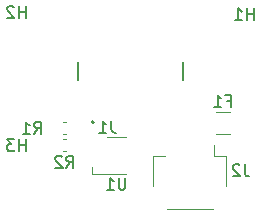
<source format=gbr>
%TF.GenerationSoftware,KiCad,Pcbnew,8.0.2*%
%TF.CreationDate,2025-12-10T20:50:01-08:00*%
%TF.ProjectId,Numpad_Daughterboard,4e756d70-6164-45f4-9461-756768746572,rev?*%
%TF.SameCoordinates,Original*%
%TF.FileFunction,Legend,Bot*%
%TF.FilePolarity,Positive*%
%FSLAX46Y46*%
G04 Gerber Fmt 4.6, Leading zero omitted, Abs format (unit mm)*
G04 Created by KiCad (PCBNEW 8.0.2) date 2025-12-10 20:50:01*
%MOMM*%
%LPD*%
G01*
G04 APERTURE LIST*
%ADD10C,0.150000*%
%ADD11C,0.120000*%
%ADD12C,0.127000*%
%ADD13C,0.200000*%
G04 APERTURE END LIST*
D10*
X6566666Y-11784819D02*
X6899999Y-11308628D01*
X7138094Y-11784819D02*
X7138094Y-10784819D01*
X7138094Y-10784819D02*
X6757142Y-10784819D01*
X6757142Y-10784819D02*
X6661904Y-10832438D01*
X6661904Y-10832438D02*
X6614285Y-10880057D01*
X6614285Y-10880057D02*
X6566666Y-10975295D01*
X6566666Y-10975295D02*
X6566666Y-11118152D01*
X6566666Y-11118152D02*
X6614285Y-11213390D01*
X6614285Y-11213390D02*
X6661904Y-11261009D01*
X6661904Y-11261009D02*
X6757142Y-11308628D01*
X6757142Y-11308628D02*
X7138094Y-11308628D01*
X6185713Y-10880057D02*
X6138094Y-10832438D01*
X6138094Y-10832438D02*
X6042856Y-10784819D01*
X6042856Y-10784819D02*
X5804761Y-10784819D01*
X5804761Y-10784819D02*
X5709523Y-10832438D01*
X5709523Y-10832438D02*
X5661904Y-10880057D01*
X5661904Y-10880057D02*
X5614285Y-10975295D01*
X5614285Y-10975295D02*
X5614285Y-11070533D01*
X5614285Y-11070533D02*
X5661904Y-11213390D01*
X5661904Y-11213390D02*
X6233332Y-11784819D01*
X6233332Y-11784819D02*
X5614285Y-11784819D01*
X3111904Y-10404819D02*
X3111904Y-9404819D01*
X3111904Y-9881009D02*
X2540476Y-9881009D01*
X2540476Y-10404819D02*
X2540476Y-9404819D01*
X2159523Y-9404819D02*
X1540476Y-9404819D01*
X1540476Y-9404819D02*
X1873809Y-9785771D01*
X1873809Y-9785771D02*
X1730952Y-9785771D01*
X1730952Y-9785771D02*
X1635714Y-9833390D01*
X1635714Y-9833390D02*
X1588095Y-9881009D01*
X1588095Y-9881009D02*
X1540476Y-9976247D01*
X1540476Y-9976247D02*
X1540476Y-10214342D01*
X1540476Y-10214342D02*
X1588095Y-10309580D01*
X1588095Y-10309580D02*
X1635714Y-10357200D01*
X1635714Y-10357200D02*
X1730952Y-10404819D01*
X1730952Y-10404819D02*
X2016666Y-10404819D01*
X2016666Y-10404819D02*
X2111904Y-10357200D01*
X2111904Y-10357200D02*
X2159523Y-10309580D01*
X10353333Y-7834819D02*
X10353333Y-8549104D01*
X10353333Y-8549104D02*
X10400952Y-8691961D01*
X10400952Y-8691961D02*
X10496190Y-8787200D01*
X10496190Y-8787200D02*
X10639047Y-8834819D01*
X10639047Y-8834819D02*
X10734285Y-8834819D01*
X9353333Y-8834819D02*
X9924761Y-8834819D01*
X9639047Y-8834819D02*
X9639047Y-7834819D01*
X9639047Y-7834819D02*
X9734285Y-7977676D01*
X9734285Y-7977676D02*
X9829523Y-8072914D01*
X9829523Y-8072914D02*
X9924761Y-8120533D01*
X3836666Y-8914819D02*
X4169999Y-8438628D01*
X4408094Y-8914819D02*
X4408094Y-7914819D01*
X4408094Y-7914819D02*
X4027142Y-7914819D01*
X4027142Y-7914819D02*
X3931904Y-7962438D01*
X3931904Y-7962438D02*
X3884285Y-8010057D01*
X3884285Y-8010057D02*
X3836666Y-8105295D01*
X3836666Y-8105295D02*
X3836666Y-8248152D01*
X3836666Y-8248152D02*
X3884285Y-8343390D01*
X3884285Y-8343390D02*
X3931904Y-8391009D01*
X3931904Y-8391009D02*
X4027142Y-8438628D01*
X4027142Y-8438628D02*
X4408094Y-8438628D01*
X2884285Y-8914819D02*
X3455713Y-8914819D01*
X3169999Y-8914819D02*
X3169999Y-7914819D01*
X3169999Y-7914819D02*
X3265237Y-8057676D01*
X3265237Y-8057676D02*
X3360475Y-8152914D01*
X3360475Y-8152914D02*
X3455713Y-8200533D01*
X11561904Y-12654819D02*
X11561904Y-13464342D01*
X11561904Y-13464342D02*
X11514285Y-13559580D01*
X11514285Y-13559580D02*
X11466666Y-13607200D01*
X11466666Y-13607200D02*
X11371428Y-13654819D01*
X11371428Y-13654819D02*
X11180952Y-13654819D01*
X11180952Y-13654819D02*
X11085714Y-13607200D01*
X11085714Y-13607200D02*
X11038095Y-13559580D01*
X11038095Y-13559580D02*
X10990476Y-13464342D01*
X10990476Y-13464342D02*
X10990476Y-12654819D01*
X9990476Y-13654819D02*
X10561904Y-13654819D01*
X10276190Y-13654819D02*
X10276190Y-12654819D01*
X10276190Y-12654819D02*
X10371428Y-12797676D01*
X10371428Y-12797676D02*
X10466666Y-12892914D01*
X10466666Y-12892914D02*
X10561904Y-12940533D01*
X21643333Y-11514819D02*
X21643333Y-12229104D01*
X21643333Y-12229104D02*
X21690952Y-12371961D01*
X21690952Y-12371961D02*
X21786190Y-12467200D01*
X21786190Y-12467200D02*
X21929047Y-12514819D01*
X21929047Y-12514819D02*
X22024285Y-12514819D01*
X21214761Y-11610057D02*
X21167142Y-11562438D01*
X21167142Y-11562438D02*
X21071904Y-11514819D01*
X21071904Y-11514819D02*
X20833809Y-11514819D01*
X20833809Y-11514819D02*
X20738571Y-11562438D01*
X20738571Y-11562438D02*
X20690952Y-11610057D01*
X20690952Y-11610057D02*
X20643333Y-11705295D01*
X20643333Y-11705295D02*
X20643333Y-11800533D01*
X20643333Y-11800533D02*
X20690952Y-11943390D01*
X20690952Y-11943390D02*
X21262380Y-12514819D01*
X21262380Y-12514819D02*
X20643333Y-12514819D01*
X20133333Y-6111009D02*
X20466666Y-6111009D01*
X20466666Y-6634819D02*
X20466666Y-5634819D01*
X20466666Y-5634819D02*
X19990476Y-5634819D01*
X19085714Y-6634819D02*
X19657142Y-6634819D01*
X19371428Y-6634819D02*
X19371428Y-5634819D01*
X19371428Y-5634819D02*
X19466666Y-5777676D01*
X19466666Y-5777676D02*
X19561904Y-5872914D01*
X19561904Y-5872914D02*
X19657142Y-5920533D01*
X3111904Y895180D02*
X3111904Y1895180D01*
X3111904Y1418990D02*
X2540476Y1418990D01*
X2540476Y895180D02*
X2540476Y1895180D01*
X2111904Y1799942D02*
X2064285Y1847561D01*
X2064285Y1847561D02*
X1969047Y1895180D01*
X1969047Y1895180D02*
X1730952Y1895180D01*
X1730952Y1895180D02*
X1635714Y1847561D01*
X1635714Y1847561D02*
X1588095Y1799942D01*
X1588095Y1799942D02*
X1540476Y1704704D01*
X1540476Y1704704D02*
X1540476Y1609466D01*
X1540476Y1609466D02*
X1588095Y1466609D01*
X1588095Y1466609D02*
X2159523Y895180D01*
X2159523Y895180D02*
X1540476Y895180D01*
X22411942Y695228D02*
X22411942Y1695228D01*
X22411942Y1219038D02*
X21840514Y1219038D01*
X21840514Y695228D02*
X21840514Y1695228D01*
X20840514Y695228D02*
X21411942Y695228D01*
X21126228Y695228D02*
X21126228Y1695228D01*
X21126228Y1695228D02*
X21221466Y1552371D01*
X21221466Y1552371D02*
X21316704Y1457133D01*
X21316704Y1457133D02*
X21411942Y1409514D01*
D11*
%TO.C,R2*%
X6546267Y-9390000D02*
X6253733Y-9390000D01*
X6546267Y-10410000D02*
X6253733Y-10410000D01*
D12*
%TO.C,J1*%
X7530000Y-4355000D02*
X7530000Y-2845000D01*
X16470000Y-4355000D02*
X16470000Y-2845000D01*
D13*
X8900000Y-7950000D02*
G75*
G02*
X8700000Y-7950000I-100000J0D01*
G01*
X8700000Y-7950000D02*
G75*
G02*
X8900000Y-7950000I100000J0D01*
G01*
D11*
%TO.C,R1*%
X6546267Y-7890000D02*
X6253733Y-7890000D01*
X6546267Y-8910000D02*
X6253733Y-8910000D01*
%TO.C,U1*%
X8700000Y-12360000D02*
X8700000Y-11750000D01*
X10000000Y-9240000D02*
X10800000Y-9240000D01*
X11600000Y-9240000D02*
X10800000Y-9240000D01*
X11600000Y-12360000D02*
X8700000Y-12360000D01*
%TO.C,J2*%
X13890000Y-10840000D02*
X13890000Y-13340000D01*
X14940000Y-10840000D02*
X13890000Y-10840000D01*
X15060000Y-15310000D02*
X18940000Y-15310000D01*
X19060000Y-9850000D02*
X19060000Y-10840000D01*
X19060000Y-10840000D02*
X20110000Y-10840000D01*
X20110000Y-10840000D02*
X20110000Y-13340000D01*
%TO.C,F1*%
X19197936Y-7090000D02*
X20402064Y-7090000D01*
X19197936Y-8910000D02*
X20402064Y-8910000D01*
%TD*%
M02*

</source>
